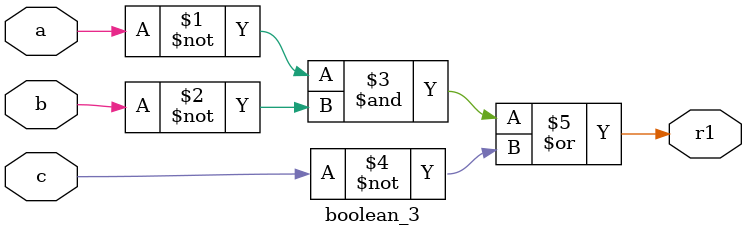
<source format=v>
`timescale 1ns / 1ps

module boolean_3(
    input a,b,c,
    output r1
    );
    assign r1=(~a&~b)|~c;
endmodule

</source>
